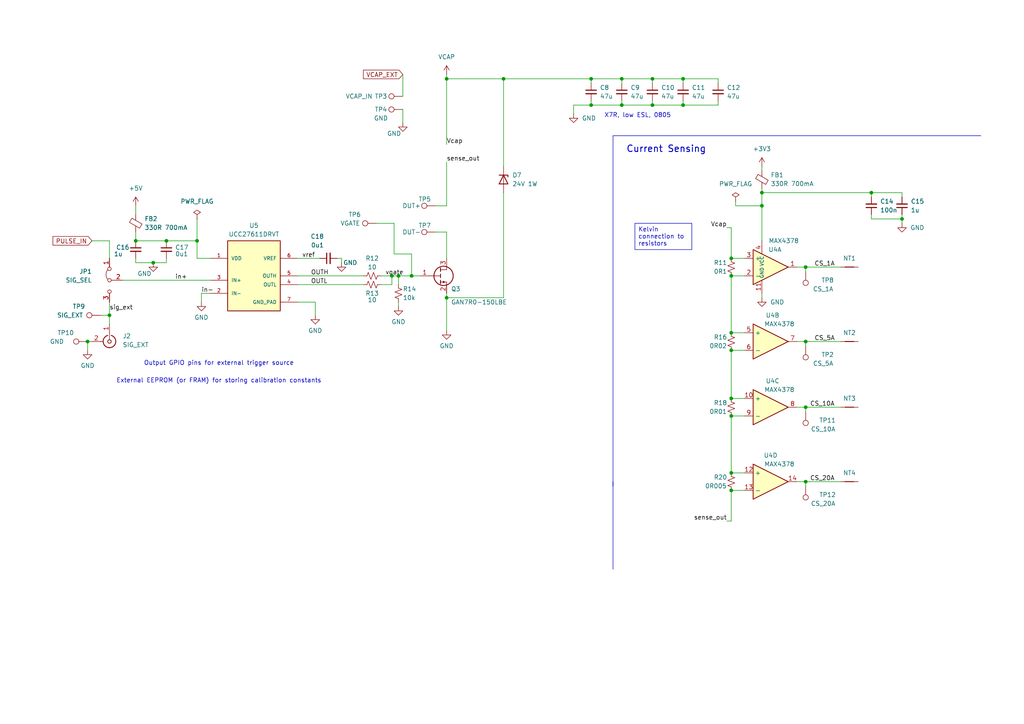
<source format=kicad_sch>
(kicad_sch (version 20231120) (generator "eeschema") (generator_version "8.0")
  (paper "A4")
  (lib_symbols
    (symbol "Connector:Conn_Coaxial" (pin_names (offset 1.016) hide)
      (property "Reference" "J" (at 0.254 3.048 0))
      (property "Value" "Conn_Coaxial" (at 2.921 0 90))
      (symbol "Conn_Coaxial_0_1"
        (arc (start -1.778 -0.508) (mid 0.2311 -1.8066) (end 1.778 0) (stroke (width 0.254)))
        (polyline (pts (xy -2.54 0) (xy -0.508 0)))
        (polyline (pts (xy 0 -2.54) (xy 0 -1.778)))
        (circle (center 0 0) (radius 0.508) (stroke (width 0.2032)))
        (arc (start 1.778 0) (mid 0.2099 1.8101) (end -1.778 0.508) (stroke (width 0.254)))
      )
      (symbol "Conn_Coaxial_1_1"
        (pin passive line (at -5.08 0 0) (length 2.54) (name "In") (number "1"))
        (pin passive line (at 0 -5.08 90) (length 2.54) (name "Ext") (number "2"))
      )
    )
    (symbol "Connector:TestPoint" (pin_numbers hide) (pin_names (offset 0.762) hide)
      (property "Reference" "TP" (at 0 6.858 0))
      (property "Value" "TestPoint" (at 0 5.08 0))
      (symbol "TestPoint_0_1"
        (circle (center 0 3.302) (radius 0.762))
      )
      (symbol "TestPoint_1_1"
        (pin passive line (at 0 0 90) (length 2.54) (name "1") (number "1"))
      )
    )
    (symbol "DW_custom_symbols:GAN7R0-150LBE" (pin_names hide)
      (property "Reference" "Q" (at 5.08 1.905 0))
      (property "Value" "GAN7R0-150LBE" (at 5.08 0 0))
      (symbol "GAN7R0-150LBE_0_1"
        (polyline (pts (xy 0.635 0) (xy -2.54 0)))
        (polyline (pts (xy 0.762 -1.27) (xy 0.762 -2.286)) (stroke (width 0.254)))
        (polyline (pts (xy 0.762 0.508) (xy 0.762 -0.508)) (stroke (width 0.254)))
        (polyline (pts (xy 0.762 2.286) (xy 0.762 1.27)) (stroke (width 0.254)))
        (polyline (pts (xy 2.54 1.778) (xy 0.762 1.778)))
        (polyline (pts (xy 2.54 2.54) (xy 2.54 1.778)))
        (polyline (pts (xy 0.762 -1.778) (xy 2.54 -1.778) (xy 2.54 -5.08)))
        (circle (center 1.651 0) (radius 2.794) (stroke (width 0.254)))
      )
      (symbol "GAN7R0-150LBE_1_1"
        (polyline (pts (xy 1.524 -1.524) (xy 2.032 -1.778) (xy 1.524 -2.032) (xy 1.524 -1.524)) (fill (type outline)))
        (pin input line (at -5.08 0 0) (length 2.54) (name "G") (number "1"))
        (pin passive line (at 2.54 -5.08 90) (length 2.54) (name "S") (number "2"))
        (pin passive line (at 2.54 5.08 270) (length 2.54) (name "D") (number "3"))
      )
    )
    (symbol "DW_custom_symbols:MAX4378"
      (property "Reference" "U" (at -10.16 1.27 0))
      (symbol "MAX4378_0_1"
        (polyline (pts (xy 6.35 -1.27) (xy -3.81 3.81) (xy -3.81 -6.35) (xy 6.35 -1.27)) (stroke (width 0.254)) (fill (type background)))
      )
      (symbol "MAX4378_1_1"
        (pin output line (at 8.89 -1.27 180) (length 2.54) (name "~") (number "1"))
        (pin power_in line (at -1.27 -8.89 90) (length 3.81) (name "GND") (number "11"))
        (pin input line (at -6.35 -3.81 0) (length 2.54) (name "-") (number "2"))
        (pin input line (at -6.35 1.27 0) (length 2.54) (name "+") (number "3"))
        (pin power_in line (at -1.27 6.35 270) (length 3.81) (name "VCC") (number "4"))
      )
      (symbol "MAX4378_2_1"
        (pin input line (at -6.35 1.27 0) (length 2.54) (name "+") (number "5"))
        (pin input line (at -6.35 -3.81 0) (length 2.54) (name "-") (number "6"))
        (pin output line (at 8.89 -1.27 180) (length 2.54) (name "") (number "7"))
      )
      (symbol "MAX4378_3_1"
        (pin input line (at -6.35 1.27 0) (length 2.54) (name "+") (number "10"))
        (pin output line (at 8.89 -1.27 180) (length 2.54) (name "") (number "8"))
        (pin input line (at -6.35 -3.81 0) (length 2.54) (name "-") (number "9"))
      )
      (symbol "MAX4378_4_1"
        (pin input line (at -6.35 1.27 0) (length 2.54) (name "+") (number "12"))
        (pin input line (at -6.35 -3.81 0) (length 2.54) (name "-") (number "13"))
        (pin output line (at 8.89 -1.27 180) (length 2.54) (name "") (number "14"))
      )
    )
    (symbol "DW_custom_symbols:UCC27611DRVT" (pin_names (offset 1.016))
      (property "Reference" "U" (at -12.7 11.16 0))
      (property "Value" "UCC27611DRVT" (at -12.7 -14.16 0))
      (symbol "UCC27611DRVT_0_0"
        (rectangle (start -7.62 10.16) (end 7.62 -10.16) (stroke (width 0.254)) (fill (type background)))
        (pin power_in line (at -12.7 5.08 0) (length 5.08) (name "VDD") (number "1"))
        (pin input line (at -12.7 -5.08 0) (length 5.08) (name "IN-") (number "2"))
        (pin input line (at -12.7 -1.27 0) (length 5.08) (name "IN+") (number "3"))
        (pin output line (at 12.7 -2.54 180) (length 5.08) (name "OUTL") (number "4"))
        (pin output line (at 12.7 0 180) (length 5.08) (name "OUTH") (number "5"))
        (pin output line (at 12.7 5.08 180) (length 5.08) (name "VREF") (number "6"))
        (pin power_in line (at 12.7 -7.62 180) (length 5.08) (name "GND_PAD") (number "7"))
      )
    )
    (symbol "Device:C_Small" (pin_numbers hide) (pin_names (offset 0.254) hide)
      (property "Reference" "C" (at 0.254 1.778 0))
      (property "Value" "C_Small" (at 0.254 -2.032 0))
      (symbol "C_Small_0_1"
        (polyline (pts (xy -1.524 -0.508) (xy 1.524 -0.508)) (stroke (width 0.3302)))
        (polyline (pts (xy -1.524 0.508) (xy 1.524 0.508)) (stroke (width 0.3048)))
      )
      (symbol "C_Small_1_1"
        (pin passive line (at 0 2.54 270) (length 2.032) (name "~") (number "1"))
        (pin passive line (at 0 -2.54 90) (length 2.032) (name "~") (number "2"))
      )
    )
    (symbol "Device:D_Zener" (pin_numbers hide) (pin_names (offset 1.016) hide)
      (property "Reference" "D" (at 0 2.54 0))
      (property "Value" "D_Zener" (at 0 -2.54 0))
      (symbol "D_Zener_0_1"
        (polyline (pts (xy 1.27 0) (xy -1.27 0)))
        (polyline (pts (xy -1.27 -1.27) (xy -1.27 1.27) (xy -0.762 1.27)) (stroke (width 0.254)))
        (polyline (pts (xy 1.27 -1.27) (xy 1.27 1.27) (xy -1.27 0) (xy 1.27 -1.27)) (stroke (width 0.254)))
      )
      (symbol "D_Zener_1_1"
        (pin passive line (at -3.81 0 0) (length 2.54) (name "K") (number "1"))
        (pin passive line (at 3.81 0 180) (length 2.54) (name "A") (number "2"))
      )
    )
    (symbol "Device:FerriteBead_Small" (pin_numbers hide) (pin_names (offset 0))
      (property "Reference" "FB" (at 1.905 1.27 0))
      (property "Value" "FerriteBead_Small" (at 1.905 -1.27 0))
      (symbol "FerriteBead_Small_0_1"
        (polyline (pts (xy 0 -1.27) (xy 0 -0.7874)))
        (polyline (pts (xy 0 0.889) (xy 0 1.2954)))
        (polyline (pts (xy -1.8288 0.2794) (xy -1.1176 1.4986) (xy 1.8288 -0.2032) (xy 1.1176 -1.4224) (xy -1.8288 0.2794)))
      )
      (symbol "FerriteBead_Small_1_1"
        (pin passive line (at 0 2.54 270) (length 1.27) (name "~") (number "1"))
        (pin passive line (at 0 -2.54 90) (length 1.27) (name "~") (number "2"))
      )
    )
    (symbol "Device:NetTie_2" (pin_numbers hide) (pin_names (offset 0) hide) (in_bom no)
      (property "Reference" "NT" (at 0 1.27 0))
      (property "Value" "NetTie_2" (at 0 -1.27 0))
      (symbol "NetTie_2_0_1"
        (polyline (pts (xy -1.27 0) (xy 1.27 0)) (stroke (width 0.254)))
      )
      (symbol "NetTie_2_1_1"
        (pin passive line (at -2.54 0 0) (length 2.54) (name "1") (number "1"))
        (pin passive line (at 2.54 0 180) (length 2.54) (name "2") (number "2"))
      )
    )
    (symbol "Device:R_Small_US" (pin_numbers hide) (pin_names (offset 0.254) hide)
      (property "Reference" "R" (at 0.762 0.508 0))
      (property "Value" "R_Small_US" (at 0.762 -1.016 0))
      (symbol "R_Small_US_1_1"
        (polyline (pts (xy 0 0) (xy 1.016 -0.381) (xy 0 -0.762) (xy -1.016 -1.143) (xy 0 -1.524)))
        (polyline (pts (xy 0 1.524) (xy 1.016 1.143) (xy 0 0.762) (xy -1.016 0.381) (xy 0 0)))
        (pin passive line (at 0 2.54 270) (length 1.016) (name "~") (number "1"))
        (pin passive line (at 0 -2.54 90) (length 1.016) (name "~") (number "2"))
      )
    )
    (symbol "Jumper:Jumper_3_Bridged12" (pin_names (offset 0) hide)
      (property "Reference" "JP" (at -2.54 -2.54 0))
      (property "Value" "Jumper_3_Bridged12" (at 0 2.794 0))
      (symbol "Jumper_3_Bridged12_0_0"
        (circle (center -3.302 0) (radius 0.508))
        (circle (center 0 0) (radius 0.508))
        (circle (center 3.302 0) (radius 0.508))
      )
      (symbol "Jumper_3_Bridged12_0_1"
        (arc (start -0.254 0.508) (mid -1.651 0.9912) (end -3.048 0.508))
        (polyline (pts (xy 0 -1.27) (xy 0 -0.508)))
      )
      (symbol "Jumper_3_Bridged12_1_1"
        (pin passive line (at -6.35 0 0) (length 2.54) (name "A") (number "1"))
        (pin passive line (at 0 -3.81 90) (length 2.54) (name "C") (number "2"))
        (pin passive line (at 6.35 0 180) (length 2.54) (name "B") (number "3"))
      )
    )
    (symbol "VBUS_1" (power) (pin_names (offset 0))
      (property "Value" "VBUS_1" (at 0 5.08 0))
      (symbol "VBUS_1_0_1"
        (polyline (pts (xy -0.762 1.27) (xy 0 2.54)))
        (polyline (pts (xy 0 0) (xy 0 2.54)))
        (polyline (pts (xy 0 2.54) (xy 0.762 1.27)))
      )
      (symbol "VBUS_1_1_1"
        (pin power_in line (at 0 0 90) (length 0) hide (name "VCAP") (number "1"))
      )
    )
    (symbol "power:+3V3" (power) (pin_names (offset 0))
      (property "Value" "+3V3" (at 0 3.556 0))
      (symbol "+3V3_0_1"
        (polyline (pts (xy -0.762 1.27) (xy 0 2.54)))
        (polyline (pts (xy 0 0) (xy 0 2.54)))
        (polyline (pts (xy 0 2.54) (xy 0.762 1.27)))
      )
      (symbol "+3V3_1_1"
        (pin power_in line (at 0 0 90) (length 0) hide (name "+3V3") (number "1"))
      )
    )
    (symbol "power:+5V" (power) (pin_names (offset 0))
      (property "Value" "+5V" (at 0 3.556 0))
      (symbol "+5V_0_1"
        (polyline (pts (xy -0.762 1.27) (xy 0 2.54)))
        (polyline (pts (xy 0 0) (xy 0 2.54)))
        (polyline (pts (xy 0 2.54) (xy 0.762 1.27)))
      )
      (symbol "+5V_1_1"
        (pin power_in line (at 0 0 90) (length 0) hide (name "+5V") (number "1"))
      )
    )
    (symbol "power:GND" (power) (pin_names (offset 0))
      (property "Value" "GND" (at 0 -3.81 0))
      (symbol "GND_0_1"
        (polyline (pts (xy 0 0) (xy 0 -1.27) (xy 1.27 -1.27) (xy 0 -2.54) (xy -1.27 -1.27) (xy 0 -1.27)))
      )
      (symbol "GND_1_1"
        (pin power_in line (at 0 0 270) (length 0) hide (name "GND") (number "1"))
      )
    )
    (symbol "power:PWR_FLAG" (power) (pin_numbers hide) (pin_names (offset 0) hide)
      (property "Value" "PWR_FLAG" (at 0 3.81 0))
      (symbol "PWR_FLAG_0_0"
        (pin power_out line (at 0 0 90) (length 0) (name "pwr") (number "1"))
      )
      (symbol "PWR_FLAG_0_1"
        (polyline (pts (xy 0 0) (xy 0 1.27) (xy -1.016 1.905) (xy 0 2.54) (xy 1.016 1.905) (xy 0 1.27)))
      )
    )
  )
  (junction (at 261.62 63.5))
  (junction (at 180.34 30.48))
  (junction (at 212.09 80.01))
  (junction (at 220.98 59.69))
  (junction (at 129.54 22.86))
  (junction (at 39.37 69.85))
  (junction (at 25.4 99.06))
  (junction (at 233.68 118.11))
  (junction (at 212.09 96.52))
  (junction (at 57.15 69.85))
  (junction (at 212.09 142.24))
  (junction (at 180.34 22.86))
  (junction (at 212.09 101.6))
  (junction (at 220.98 55.88))
  (junction (at 252.73 55.88))
  (junction (at 129.54 86.36))
  (junction (at 198.12 30.48))
  (junction (at 113.665 80.01))
  (junction (at 189.23 22.86))
  (junction (at 115.57 80.01))
  (junction (at 189.23 30.48))
  (junction (at 48.26 69.85))
  (junction (at 233.68 99.06))
  (junction (at 212.09 120.65))
  (junction (at 212.09 137.16))
  (junction (at 119.38 80.01))
  (junction (at 198.12 22.86))
  (junction (at 171.45 30.48))
  (junction (at 212.09 74.93))
  (junction (at 44.45 76.2))
  (junction (at 146.05 22.86))
  (junction (at 171.45 22.86))
  (junction (at 212.09 115.57))
  (junction (at 31.75 91.44))
  (junction (at 233.68 139.7))
  (junction (at 233.68 77.47))
  (wire (pts (xy 189.23 30.48) (xy 180.34 30.48)))
  (wire (pts (xy 129.54 22.86) (xy 146.05 22.86)))
  (wire (pts (xy 110.49 82.55) (xy 113.665 82.55)))
  (wire (pts (xy 39.37 59.69) (xy 39.37 62.23)))
  (wire (pts (xy 166.37 30.48) (xy 166.37 33.02)))
  (wire (pts (xy 180.34 22.86) (xy 180.34 24.13)))
  (wire (pts (xy 220.98 85.09) (xy 220.98 86.36)))
  (wire (pts (xy 109.22 64.77) (xy 114.3 64.77)))
  (wire (pts (xy 146.05 22.86) (xy 171.45 22.86)))
  (polyline (pts (xy 284.48 39.37) (xy 177.8 39.37)))
  (wire (pts (xy 114.3 64.77) (xy 114.3 73.66)))
  (wire (pts (xy 180.34 29.21) (xy 180.34 30.48)))
  (wire (pts (xy 115.57 88.9) (xy 115.57 87.63)))
  (wire (pts (xy 231.14 99.06) (xy 233.68 99.06)))
  (wire (pts (xy 233.68 77.47) (xy 231.14 77.47)))
  (wire (pts (xy 198.12 29.21) (xy 198.12 30.48)))
  (wire (pts (xy 44.45 76.2) (xy 48.26 76.2)))
  (wire (pts (xy 171.45 22.86) (xy 171.45 24.13)))
  (wire (pts (xy 171.45 30.48) (xy 166.37 30.48)))
  (wire (pts (xy 212.09 101.6) (xy 212.09 115.57)))
  (wire (pts (xy 212.09 80.01) (xy 212.09 96.52)))
  (wire (pts (xy 129.54 46.99) (xy 129.54 59.69)))
  (wire (pts (xy 212.09 66.04) (xy 212.09 74.93)))
  (wire (pts (xy 119.38 73.66) (xy 119.38 80.01)))
  (wire (pts (xy 233.68 77.47) (xy 243.84 77.47)))
  (wire (pts (xy 189.23 22.86) (xy 198.12 22.86)))
  (wire (pts (xy 210.82 66.04) (xy 212.09 66.04)))
  (wire (pts (xy 212.09 137.16) (xy 215.9 137.16)))
  (wire (pts (xy 146.05 55.88) (xy 146.05 86.36)))
  (wire (pts (xy 208.28 22.86) (xy 198.12 22.86)))
  (wire (pts (xy 113.665 82.55) (xy 113.665 80.01)))
  (wire (pts (xy 25.4 99.06) (xy 26.67 99.06)))
  (wire (pts (xy 115.57 80.01) (xy 115.57 82.55)))
  (wire (pts (xy 189.23 29.21) (xy 189.23 30.48)))
  (wire (pts (xy 57.15 74.93) (xy 57.15 69.85)))
  (wire (pts (xy 220.98 55.88) (xy 252.73 55.88)))
  (wire (pts (xy 39.37 76.2) (xy 44.45 76.2)))
  (wire (pts (xy 25.4 101.6) (xy 25.4 99.06)))
  (wire (pts (xy 198.12 22.86) (xy 198.12 24.13)))
  (wire (pts (xy 126.365 67.31) (xy 129.54 67.31)))
  (wire (pts (xy 58.42 87.63) (xy 58.42 85.09)))
  (polyline (pts (xy 177.8 140.97) (xy 177.8 139.7)))
  (wire (pts (xy 233.68 99.06) (xy 243.84 99.06)))
  (wire (pts (xy 114.3 73.66) (xy 119.38 73.66)))
  (wire (pts (xy 212.09 80.01) (xy 215.9 80.01)))
  (wire (pts (xy 58.42 85.09) (xy 60.96 85.09)))
  (wire (pts (xy 129.54 22.86) (xy 129.54 41.91)))
  (wire (pts (xy 26.67 69.85) (xy 31.75 69.85)))
  (wire (pts (xy 91.44 87.63) (xy 91.44 91.44)))
  (wire (pts (xy 212.09 120.65) (xy 212.09 137.16)))
  (wire (pts (xy 233.68 77.47) (xy 233.68 78.74)))
  (wire (pts (xy 208.28 29.21) (xy 208.28 30.48)))
  (wire (pts (xy 212.09 142.24) (xy 212.09 151.13)))
  (wire (pts (xy 212.09 74.93) (xy 215.9 74.93)))
  (wire (pts (xy 213.36 58.42) (xy 213.36 59.69)))
  (wire (pts (xy 57.15 63.5) (xy 57.15 69.85)))
  (wire (pts (xy 220.98 54.61) (xy 220.98 55.88)))
  (wire (pts (xy 261.62 63.5) (xy 261.62 64.77)))
  (wire (pts (xy 48.26 69.85) (xy 57.15 69.85)))
  (wire (pts (xy 171.45 29.21) (xy 171.45 30.48)))
  (wire (pts (xy 220.98 55.88) (xy 220.98 59.69)))
  (wire (pts (xy 113.665 80.01) (xy 115.57 80.01)))
  (wire (pts (xy 233.68 139.7) (xy 233.68 140.97)))
  (wire (pts (xy 212.09 96.52) (xy 215.9 96.52)))
  (wire (pts (xy 233.68 118.11) (xy 243.84 118.11)))
  (wire (pts (xy 212.09 120.65) (xy 215.9 120.65)))
  (wire (pts (xy 220.98 48.26) (xy 220.98 49.53)))
  (wire (pts (xy 29.21 91.44) (xy 31.75 91.44)))
  (wire (pts (xy 180.34 22.86) (xy 189.23 22.86)))
  (wire (pts (xy 31.75 91.44) (xy 31.75 93.98)))
  (wire (pts (xy 129.54 86.36) (xy 146.05 86.36)))
  (wire (pts (xy 212.09 101.6) (xy 215.9 101.6)))
  (wire (pts (xy 252.73 62.23) (xy 252.73 63.5)))
  (wire (pts (xy 212.09 115.57) (xy 215.9 115.57)))
  (wire (pts (xy 31.75 91.44) (xy 31.75 87.63)))
  (wire (pts (xy 39.37 67.31) (xy 39.37 69.85)))
  (wire (pts (xy 231.14 118.11) (xy 233.68 118.11)))
  (wire (pts (xy 31.75 69.85) (xy 31.75 74.93)))
  (wire (pts (xy 129.54 67.31) (xy 129.54 74.93)))
  (wire (pts (xy 180.34 30.48) (xy 171.45 30.48)))
  (wire (pts (xy 252.73 55.88) (xy 252.73 57.15)))
  (wire (pts (xy 233.68 99.06) (xy 233.68 100.33)))
  (wire (pts (xy 210.82 151.13) (xy 212.09 151.13)))
  (wire (pts (xy 119.38 80.01) (xy 121.92 80.01)))
  (wire (pts (xy 129.54 86.36) (xy 129.54 95.885)))
  (wire (pts (xy 261.62 62.23) (xy 261.62 63.5)))
  (wire (pts (xy 129.54 85.09) (xy 129.54 86.36)))
  (wire (pts (xy 35.56 81.28) (xy 60.96 81.28)))
  (wire (pts (xy 233.68 118.11) (xy 233.68 119.38)))
  (wire (pts (xy 189.23 22.86) (xy 189.23 24.13)))
  (wire (pts (xy 48.26 76.2) (xy 48.26 74.93)))
  (wire (pts (xy 146.05 22.86) (xy 146.05 48.26)))
  (wire (pts (xy 116.84 31.75) (xy 116.84 35.56)))
  (wire (pts (xy 126.365 59.69) (xy 129.54 59.69)))
  (wire (pts (xy 86.36 82.55) (xy 105.41 82.55)))
  (wire (pts (xy 39.37 69.85) (xy 48.26 69.85)))
  (wire (pts (xy 261.62 57.15) (xy 261.62 55.88)))
  (polyline (pts (xy 177.8 39.37) (xy 177.8 165.1)))
  (wire (pts (xy 115.57 80.01) (xy 119.38 80.01)))
  (wire (pts (xy 39.37 74.93) (xy 39.37 76.2)))
  (wire (pts (xy 261.62 55.88) (xy 252.73 55.88)))
  (wire (pts (xy 208.28 24.13) (xy 208.28 22.86)))
  (wire (pts (xy 99.06 74.93) (xy 99.06 76.2)))
  (wire (pts (xy 233.68 139.7) (xy 243.84 139.7)))
  (wire (pts (xy 171.45 22.86) (xy 180.34 22.86)))
  (wire (pts (xy 252.73 63.5) (xy 261.62 63.5)))
  (wire (pts (xy 86.36 87.63) (xy 91.44 87.63)))
  (wire (pts (xy 212.09 142.24) (xy 215.9 142.24)))
  (wire (pts (xy 86.36 74.93) (xy 92.71 74.93)))
  (wire (pts (xy 129.54 21.59) (xy 129.54 22.86)))
  (wire (pts (xy 86.36 80.01) (xy 105.41 80.01)))
  (wire (pts (xy 116.84 21.59) (xy 116.84 27.94)))
  (wire (pts (xy 60.96 74.93) (xy 57.15 74.93)))
  (wire (pts (xy 213.36 59.69) (xy 220.98 59.69)))
  (wire (pts (xy 220.98 59.69) (xy 220.98 69.85)))
  (wire (pts (xy 198.12 30.48) (xy 189.23 30.48)))
  (wire (pts (xy 208.28 30.48) (xy 198.12 30.48)))
  (wire (pts (xy 97.79 74.93) (xy 99.06 74.93)))
  (wire (pts (xy 110.49 80.01) (xy 113.665 80.01)))
  (wire (pts (xy 231.14 139.7) (xy 233.68 139.7)))
  (text_box "Kelvin connection to resistors" (at 184.15 64.77 0) (size 16.51 7.62) (effects (font (size 1.27 1.27)) (justify left top)))
  (text "External EEPROM (or FRAM) for storing calibration constants" (at 63.5 110.49 0) (effects (font (size 1.27 1.27))))
  (text "Output GPIO pins for external trigger source" (at 63.5 105.41 0) (effects (font (size 1.27 1.27))))
  (text "Current Sensing" (at 181.61 44.45 0) (effects (font (size 1.905 1.905) (thickness 0.254) (bold yes)) (justify left bottom)))
  (text "X7R, low ESL, 0805" (at 175.26 34.29 0) (effects (font (size 1.27 1.27)) (justify left bottom)))
  (label "OUTH" (at 90.17 80.01 0))
  (label "in+" (at 50.8 81.28 0))
  (label "vgate" (at 111.76 80.01 0))
  (label "OUTL" (at 90.17 82.55 0))
  (label "vref" (at 87.63 74.93 0))
  (label "Vcap" (at 210.82 66.04 180))
  (label "sig_ext" (at 31.75 90.17 0))
  (label "CS_10A" (at 234.95 118.11 0))
  (label "Vcap" (at 129.54 41.91 0))
  (label "sense_out" (at 210.82 151.13 180))
  (label "CS_5A" (at 236.22 99.06 0))
  (label "in-" (at 58.42 85.09 0))
  (label "sense_out" (at 129.54 46.99 0))
  (label "CS_20A" (at 234.95 139.7 0))
  (label "CS_1A" (at 236.22 77.47 0))
  (global_label "PULSE_IN" (shape input) (at 26.67 69.85 180) (property "Intersheetrefs" "${INTERSHEET_REFS}" (effects (hide yes))))
  (global_label "VCAP_EXT" (shape input) (at 116.84 21.59 180) (property "Intersheetrefs" "${INTERSHEET_REFS}" (effects (hide yes))))
  (symbol (lib_id "Connector:TestPoint") (at 126.365 67.31 90) (unit 1)
    (property "Reference" "TP7" (at 123.19 65.405 90))
    (property "Value" "DUT-" (at 119.38 67.31 90))
    (property "Footprint" "DW_Library:Keystone-1502-2" (effects (hide yes)))
  )
  (symbol (lib_id "Jumper:Jumper_3_Bridged12") (at 31.75 81.28 90) (mirror x) (unit 1)
    (property "Reference" "JP1" (at 26.67 78.74 90) (effects (justify left)))
    (property "Value" "SIG_SEL" (at 26.67 81.28 90) (effects (justify left)))
    (property "Footprint" "Connector_PinHeader_2.54mm:PinHeader_1x03_P2.54mm_Vertical" (effects (hide yes)))
  )
  (symbol (lib_id "Device:C_Small") (at 208.28 26.67 0) (unit 1)
    (property "Reference" "C12" (at 210.82 25.4063 0) (effects (justify left)))
    (property "Value" "47u" (at 210.82 27.9463 0) (effects (justify left)))
    (property "Footprint" "Capacitor_SMD:C_2220_5650Metric" (effects (hide yes)))
    (property "Part No." "C5750X7R1V476M230KC" (effects (hide yes)))
  )
  (symbol (lib_id "Device:R_Small_US") (at 107.95 82.55 90) (unit 1)
    (property "Reference" "R13" (at 107.95 85.09 90))
    (property "Value" "10" (at 107.95 86.995 90))
    (property "Footprint" "Resistor_SMD:R_0805_2012Metric_Pad1.20x1.40mm_HandSolder" (effects (hide yes)))
  )
  (symbol (lib_id "Connector:TestPoint") (at 233.68 78.74 180) (unit 1)
    (property "Reference" "TP8" (at 240.03 81.28 0))
    (property "Value" "CS_1A" (at 238.76 83.82 0))
    (property "Footprint" "DW_Library:Keystone-1502-2" (effects (hide yes)))
  )
  (symbol (lib_id "power:GND") (at 44.45 76.2 0) (unit 1)
    (property "Reference" "#PWR028" (effects (hide yes)))
    (property "Value" "GND" (at 41.91 79.375 0))
  )
  (symbol (lib_id "DW_custom_symbols:MAX4378") (at 222.25 76.2 0) (unit 1)
    (property "Reference" "U4" (at 224.79 72.39 0))
    (property "Value" "MAX4378" (at 227.33 69.85 0))
    (property "Footprint" "Package_SO:TSSOP-14_4.4x5mm_P0.65mm" (effects (hide yes)))
  )
  (symbol (lib_id "Device:C_Small") (at 95.25 74.93 90) (unit 1)
    (property "Reference" "C18" (at 93.98 68.58 90) (effects (justify left)))
    (property "Value" "0u1" (at 93.98 71.12 90) (effects (justify left)))
    (property "Footprint" "Capacitor_SMD:C_0603_1608Metric_Pad1.08x0.95mm_HandSolder" (effects (hide yes)))
  )
  (symbol (lib_id "DW_custom_symbols:MAX4378") (at 222.25 138.43 0) (unit 4)
    (property "Reference" "U4" (at 223.52 132.08 0))
    (property "Value" "MAX4378" (at 226.06 134.62 0))
    (property "Footprint" "Package_SO:TSSOP-14_4.4x5mm_P0.65mm" (effects (hide yes)))
  )
  (symbol (lib_id "Device:R_Small_US") (at 115.57 85.09 0) (unit 1)
    (property "Reference" "R14" (at 116.84 83.82 0) (effects (justify left)))
    (property "Value" "10k" (at 116.84 86.36 0) (effects (justify left)))
    (property "Footprint" "Resistor_SMD:R_0603_1608Metric_Pad0.98x0.95mm_HandSolder" (effects (hide yes)))
  )
  (symbol (lib_id "Device:R_Small_US") (at 212.09 118.11 0) (unit 1)
    (property "Reference" "R18" (at 207.01 116.84 0) (effects (justify left)))
    (property "Value" "0R01" (at 205.74 119.38 0) (effects (justify left)))
    (property "Footprint" "Resistor_SMD:R_2512_6332Metric" (effects (hide yes)))
  )
  (symbol (lib_id "Device:FerriteBead_Small") (at 220.98 52.07 0) (unit 1)
    (property "Reference" "FB1" (at 223.52 50.7619 0) (effects (justify left)))
    (property "Value" "330R 700mA" (at 223.52 53.3019 0) (effects (justify left)))
    (property "Footprint" "Capacitor_SMD:C_0402_1005Metric_Pad0.74x0.62mm_HandSolder" (effects (hide yes)))
  )
  (symbol (lib_id "Device:R_Small_US") (at 107.95 80.01 90) (unit 1)
    (property "Reference" "R12" (at 107.95 74.93 90))
    (property "Value" "10" (at 107.95 77.47 90))
    (property "Footprint" "Resistor_SMD:R_0805_2012Metric_Pad1.20x1.40mm_HandSolder" (effects (hide yes)))
  )
  (symbol (lib_id "power:GND") (at 116.84 35.56 0) (unit 1)
    (property "Reference" "#PWR025" (effects (hide yes)))
    (property "Value" "GND" (at 114.3 38.735 0))
  )
  (symbol (lib_id "Device:NetTie_2") (at 246.38 99.06 0) (unit 1) (in_bom no)
    (property "Reference" "NT2" (at 246.38 96.52 0))
    (property "Value" "NetTie_2" (effects (hide yes)))
    (property "Description" "Net tie, 2 pins" (effects (hide yes)))
  )
  (symbol (lib_id "Connector:TestPoint") (at 25.4 99.06 90) (unit 1)
    (property "Reference" "TP10" (at 19.05 96.52 90))
    (property "Value" "GND" (at 16.51 99.06 90))
    (property "Footprint" "DW_Library:Keystone-1502-2" (effects (hide yes)))
  )
  (symbol (lib_id "DW_custom_symbols:UCC27611DRVT") (at 73.66 80.01 0) (unit 1)
    (property "Reference" "U5" (at 73.66 65.405 0))
    (property "Value" "UCC27611DRVT" (at 73.66 67.945 0))
    (property "Footprint" "DW_Library:UCC27611DRVT" (effects (hide yes)))
    (property "MF" "Texas Instruments" (effects (hide yes)))
    (property "MOUSER-PURCHASE-URL" "https://snapeda.com/shop?store=Mouser&id=525421" (effects (hide yes)))
    (property "DESCRIPTION" "4-A/6-A single-channel gate driver with 4-V UVLO and 5-V regulated output 6-WSON -40 to 140" (effects (hide yes)))
    (property "PACKAGE" "WSON-6 Texas Instruments" (effects (hide yes)))
    (property "PRICE" "None" (effects (hide yes)))
    (property "MP" "UCC27611DRVT" (effects (hide yes)))
    (property "TEXAS_INSTRUMENTS-PURCHASE-URL" "https://snapeda.com/shop?store=Texas+Instruments&id=525421" (effects (hide yes)))
    (property "AVAILABILITY" "Warning" (effects (hide yes)))
    (property "DIGIKEY-PURCHASE-URL" "https://snapeda.com/shop?store=DigiKey&id=525421" (effects (hide yes)))
  )
  (symbol (lib_id "Device:C_Small") (at 189.23 26.67 0) (unit 1)
    (property "Reference" "C10" (at 191.77 25.4063 0) (effects (justify left)))
    (property "Value" "47u" (at 191.77 27.9463 0) (effects (justify left)))
    (property "Footprint" "Capacitor_SMD:C_2220_5650Metric" (effects (hide yes)))
    (property "Part No." "C5750X7R1V476M230KC" (effects (hide yes)))
  )
  (symbol (lib_id "Connector:TestPoint") (at 233.68 100.33 180) (unit 1)
    (property "Reference" "TP2" (at 240.03 102.87 0))
    (property "Value" "CS_5A" (at 238.76 105.41 0))
    (property "Footprint" "DW_Library:Keystone-1502-2" (effects (hide yes)))
  )
  (symbol (lib_id "power:+3V3") (at 220.98 48.26 0) (unit 1)
    (property "Reference" "#PWR027" (effects (hide yes)))
    (property "Value" "+3V3" (at 220.98 43.18 0))
  )
  (symbol (lib_id "Device:C_Small") (at 39.37 72.39 0) (unit 1)
    (property "Reference" "C16" (at 33.655 71.755 0) (effects (justify left)))
    (property "Value" "1u" (at 33.02 73.66 0) (effects (justify left)))
    (property "Footprint" "Capacitor_SMD:C_0603_1608Metric_Pad1.08x0.95mm_HandSolder" (effects (hide yes)))
  )
  (symbol (lib_id "Device:R_Small_US") (at 212.09 77.47 0) (unit 1)
    (property "Reference" "R11" (at 207.01 76.2 0) (effects (justify left)))
    (property "Value" "0R1" (at 207.01 78.74 0) (effects (justify left)))
    (property "Footprint" "Resistor_SMD:R_2512_6332Metric" (effects (hide yes)))
  )
  (symbol (lib_id "power:GND") (at 261.62 64.77 0) (unit 1)
    (property "Reference" "#PWR030" (effects (hide yes)))
    (property "Value" "GND" (at 266.065 66.04 0))
  )
  (symbol (lib_id "DW_custom_symbols:MAX4378") (at 222.25 97.79 0) (unit 2)
    (property "Reference" "U4" (at 224.0915 91.44 0))
    (property "Value" "MAX4378" (at 226.06 93.98 0))
    (property "Footprint" "Package_SO:TSSOP-14_4.4x5mm_P0.65mm" (effects (hide yes)))
  )
  (symbol (lib_id "Device:C_Small") (at 48.26 72.39 0) (unit 1)
    (property "Reference" "C17" (at 50.8 71.755 0) (effects (justify left)))
    (property "Value" "0u1" (at 50.8 73.66 0) (effects (justify left)))
    (property "Footprint" "Capacitor_SMD:C_0603_1608Metric_Pad1.08x0.95mm_HandSolder" (effects (hide yes)))
  )
  (symbol (lib_id "power:GND") (at 91.44 91.44 0) (unit 1)
    (property "Reference" "#PWR034" (effects (hide yes)))
    (property "Value" "GND" (at 91.44 95.885 0))
  )
  (symbol (lib_id "power:GND") (at 129.54 95.885 0) (unit 1)
    (property "Reference" "#PWR035" (effects (hide yes)))
    (property "Value" "GND" (at 129.54 100.33 0))
  )
  (symbol (lib_id "power:+5V") (at 39.37 59.69 0) (unit 1)
    (property "Reference" "#PWR026" (effects (hide yes)))
    (property "Value" "+5V" (at 39.37 54.61 0))
  )
  (symbol (lib_id "Device:R_Small_US") (at 212.09 139.7 0) (unit 1)
    (property "Reference" "R20" (at 207.01 138.43 0) (effects (justify left)))
    (property "Value" "0R005" (at 204.47 140.97 0) (effects (justify left)))
    (property "Footprint" "Resistor_SMD:R_Shunt_Ohmite_LVK25" (effects (hide yes)))
  )
  (symbol (lib_id "Connector:TestPoint") (at 126.365 59.69 90) (unit 1)
    (property "Reference" "TP5" (at 123.19 57.785 90))
    (property "Value" "DUT+" (at 119.38 59.69 90))
    (property "Footprint" "DW_Library:Keystone-1502-2" (effects (hide yes)))
  )
  (symbol (lib_id "Connector:TestPoint") (at 116.84 31.75 90) (unit 1)
    (property "Reference" "TP4" (at 110.49 31.75 90))
    (property "Value" "GND" (at 110.49 34.29 90))
    (property "Footprint" "DW_Library:Keystone-1502-2" (effects (hide yes)))
  )
  (symbol (lib_id "Device:NetTie_2") (at 246.38 139.7 0) (unit 1) (in_bom no)
    (property "Reference" "NT4" (at 246.38 137.16 0))
    (property "Value" "NetTie_2" (effects (hide yes)))
    (property "Description" "Net tie, 2 pins" (effects (hide yes)))
  )
  (symbol (lib_id "Device:C_Small") (at 252.73 59.69 180) (unit 1)
    (property "Reference" "C14" (at 255.27 58.4136 0) (effects (justify right)))
    (property "Value" "100n" (at 255.27 60.9536 0) (effects (justify right)))
    (property "Footprint" "Capacitor_SMD:C_0603_1608Metric_Pad1.08x0.95mm_HandSolder" (effects (hide yes)))
  )
  (symbol (lib_id "power:PWR_FLAG") (at 213.36 58.42 0) (unit 1)
    (property "Reference" "#FLG04" (effects (hide yes)))
    (property "Value" "PWR_FLAG" (at 213.36 53.34 0))
  )
  (symbol (lib_id "power:GND") (at 58.42 87.63 0) (unit 1)
    (property "Reference" "#PWR032" (effects (hide yes)))
    (property "Value" "GND" (at 58.42 92.075 0))
  )
  (symbol (lib_id "power:GND") (at 166.37 33.02 0) (unit 1)
    (property "Reference" "#PWR024" (effects (hide yes)))
    (property "Value" "GND" (at 170.815 34.29 0))
  )
  (symbol (lib_id "power:GND") (at 25.4 101.6 0) (unit 1)
    (property "Reference" "#PWR036" (effects (hide yes)))
    (property "Value" "GND" (at 25.4 106.045 0))
  )
  (symbol (lib_id "DW_custom_symbols:MAX4378") (at 222.25 116.84 0) (unit 3)
    (property "Reference" "U4" (at 224.0915 110.49 0))
    (property "Value" "MAX4378" (at 226.06 113.03 0))
    (property "Footprint" "Package_SO:TSSOP-14_4.4x5mm_P0.65mm" (effects (hide yes)))
  )
  (symbol (lib_id "Device:C_Small") (at 171.45 26.67 0) (unit 1)
    (property "Reference" "C8" (at 173.99 25.4063 0) (effects (justify left)))
    (property "Value" "47u" (at 173.99 27.9463 0) (effects (justify left)))
    (property "Footprint" "Capacitor_SMD:C_2220_5650Metric" (effects (hide yes)))
    (property "Part No." "C5750X7R1V476M230KC" (effects (hide yes)))
  )
  (symbol (lib_id "Device:C_Small") (at 261.62 59.69 180) (unit 1)
    (property "Reference" "C15" (at 264.16 58.4136 0) (effects (justify right)))
    (property "Value" "1u" (at 264.16 60.9536 0) (effects (justify right)))
    (property "Footprint" "Capacitor_SMD:C_0603_1608Metric_Pad1.08x0.95mm_HandSolder" (effects (hide yes)))
  )
  (symbol (lib_id "Connector:TestPoint") (at 29.21 91.44 90) (unit 1)
    (property "Reference" "TP9" (at 22.86 88.9 90))
    (property "Value" "SIG_EXT" (at 20.32 91.44 90))
    (property "Footprint" "DW_Library:Keystone-1502-2" (effects (hide yes)))
  )
  (symbol (lib_id "Connector:TestPoint") (at 233.68 119.38 180) (unit 1)
    (property "Reference" "TP11" (at 240.03 121.92 0))
    (property "Value" "CS_10A" (at 238.76 124.46 0))
    (property "Footprint" "DW_Library:Keystone-1502-2" (effects (hide yes)))
  )
  (symbol (lib_id "power:GND") (at 99.06 76.2 0) (unit 1)
    (property "Reference" "#PWR029" (effects (hide yes)))
    (property "Value" "GND" (at 101.6 76.2 0))
  )
  (symbol (lib_name "VBUS_1") (lib_id "power:VBUS") (at 129.54 21.59 0) (unit 1)
    (property "Reference" "#PWR023" (effects (hide yes)))
    (property "Value" "VCAP" (at 129.54 16.51 0))
  )
  (symbol (lib_id "Connector:Conn_Coaxial") (at 31.75 99.06 270) (unit 1)
    (property "Reference" "J2" (at 35.56 97.4725 90) (effects (justify left)))
    (property "Value" "SIG_EXT" (at 35.56 100.0125 90) (effects (justify left)))
    (property "Footprint" "DW_Library:BNC_Molex_0731375003" (effects (hide yes)))
    (property "Datasheet" " ~" (effects (hide yes)))
  )
  (symbol (lib_id "power:GND") (at 220.98 86.36 0) (unit 1)
    (property "Reference" "#PWR031" (effects (hide yes)))
    (property "Value" "GND" (at 225.425 87.63 0))
  )
  (symbol (lib_id "Device:R_Small_US") (at 212.09 99.06 0) (unit 1)
    (property "Reference" "R16" (at 207.01 97.79 0) (effects (justify left)))
    (property "Value" "0R02" (at 205.74 100.33 0) (effects (justify left)))
    (property "Footprint" "Resistor_SMD:R_2010_5025Metric_Pad1.40x2.65mm_HandSolder" (effects (hide yes)))
  )
  (symbol (lib_id "Device:D_Zener") (at 146.05 52.07 270) (unit 1)
    (property "Reference" "D7" (at 148.59 50.8 90) (effects (justify left)))
    (property "Value" "24V 1W" (at 148.59 53.34 90) (effects (justify left)))
    (property "Footprint" "Diode_SMD:D_SMA" (effects (hide yes)))
  )
  (symbol (lib_id "Connector:TestPoint") (at 109.22 64.77 90) (unit 1)
    (property "Reference" "TP6" (at 102.87 62.23 90))
    (property "Value" "VGATE" (at 101.6 64.77 90))
    (property "Footprint" "DW_Library:Keystone-1502-2" (effects (hide yes)))
  )
  (symbol (lib_id "power:GND") (at 115.57 88.9 0) (unit 1)
    (property "Reference" "#PWR033" (effects (hide yes)))
    (property "Value" "GND" (at 115.57 93.345 0))
  )
  (symbol (lib_id "Connector:TestPoint") (at 233.68 140.97 180) (unit 1)
    (property "Reference" "TP12" (at 240.03 143.51 0))
    (property "Value" "CS_20A" (at 238.76 146.05 0))
    (property "Footprint" "DW_Library:Keystone-1502-2" (effects (hide yes)))
  )
  (symbol (lib_id "DW_custom_symbols:GAN7R0-150LBE") (at 127 80.01 0) (unit 1)
    (property "Reference" "Q3" (at 130.81 83.82 0) (effects (justify left)))
    (property "Value" "GAN7R0-150LBE" (at 130.81 87.63 0) (effects (justify left)))
    (property "Footprint" "DW_Library:3-FCLGA_3.2x2.2mm" (effects (hide yes)))
    (property "Datasheet" "https://assets.nexperia.com/documents/data-sheet/GAN7R0-150LBE.pdf" (effects (hide yes)))
    (property "Part" "NXP GAN7R0-150LBE" (effects (hide yes)))
  )
  (symbol (lib_id "Device:NetTie_2") (at 246.38 118.11 0) (unit 1) (in_bom no)
    (property "Reference" "NT3" (at 246.38 115.57 0))
    (property "Value" "NetTie_2" (effects (hide yes)))
    (property "Description" "Net tie, 2 pins" (effects (hide yes)))
  )
  (symbol (lib_id "power:PWR_FLAG") (at 57.15 63.5 0) (unit 1)
    (property "Reference" "#FLG05" (effects (hide yes)))
    (property "Value" "PWR_FLAG" (at 57.15 58.42 0))
  )
  (symbol (lib_id "Device:FerriteBead_Small") (at 39.37 64.77 0) (unit 1)
    (property "Reference" "FB2" (at 41.91 63.4619 0) (effects (justify left)))
    (property "Value" "330R 700mA" (at 41.91 66.0019 0) (effects (justify left)))
    (property "Footprint" "Capacitor_SMD:C_0402_1005Metric_Pad0.74x0.62mm_HandSolder" (effects (hide yes)))
  )
  (symbol (lib_id "Device:C_Small") (at 198.12 26.67 0) (unit 1)
    (property "Reference" "C11" (at 200.66 25.4063 0) (effects (justify left)))
    (property "Value" "47u" (at 200.66 27.9463 0) (effects (justify left)))
    (property "Footprint" "Capacitor_SMD:C_2220_5650Metric" (effects (hide yes)))
    (property "Part No." "C5750X7R1V476M230KC" (effects (hide yes)))
  )
  (symbol (lib_id "Connector:TestPoint") (at 116.84 27.94 90) (unit 1)
    (property "Reference" "TP3" (at 110.49 27.94 90))
    (property "Value" "VCAP_IN" (at 104.14 27.94 90))
    (property "Footprint" "DW_Library:Keystone-1502-2" (effects (hide yes)))
  )
  (symbol (lib_id "Device:C_Small") (at 180.34 26.67 0) (unit 1)
    (property "Reference" "C9" (at 182.88 25.4063 0) (effects (justify left)))
    (property "Value" "47u" (at 182.88 27.9463 0) (effects (justify left)))
    (property "Footprint" "Capacitor_SMD:C_2220_5650Metric" (effects (hide yes)))
    (property "Part No." "C5750X7R1V476M230KC" (effects (hide yes)))
  )
  (symbol (lib_id "Device:NetTie_2") (at 246.38 77.47 0) (unit 1) (in_bom no)
    (property "Reference" "NT1" (at 246.38 74.93 0))
    (property "Value" "NetTie_2" (effects (hide yes)))
    (property "Description" "Net tie, 2 pins" (effects (hide yes)))
  )
)
</source>
